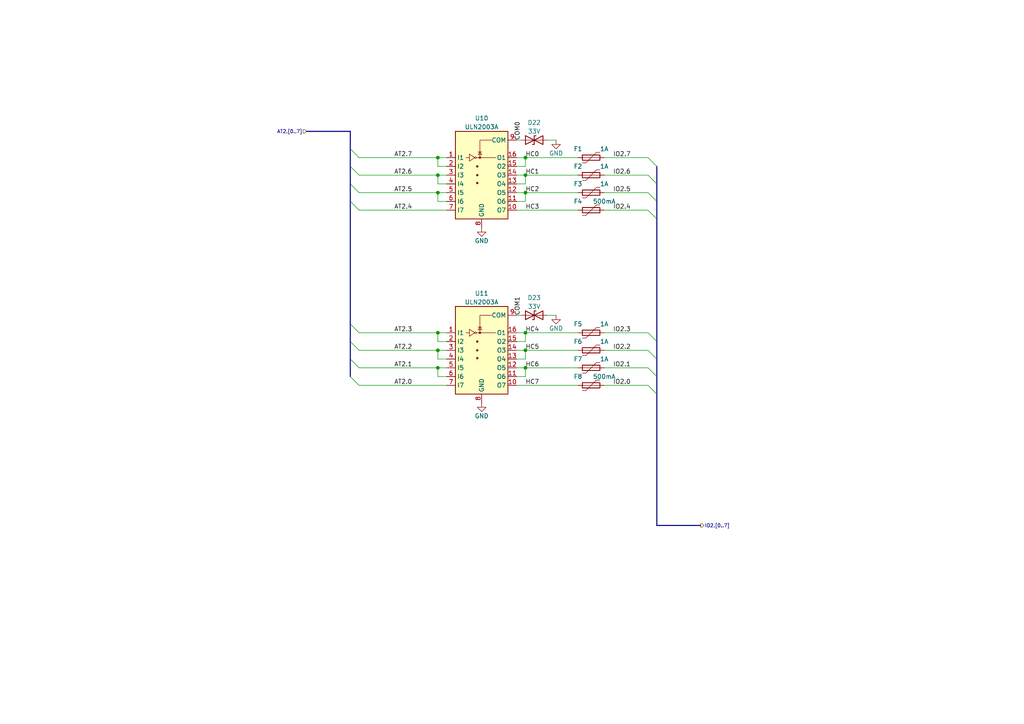
<source format=kicad_sch>
(kicad_sch (version 20211123) (generator eeschema)
  (paper "A4")
  (title_block (title "[canbrd] CAN/RS485 IO board") (date "2022-02-24") (rev "1.0"))
  (lib_symbols
    (symbol "Device:D_TVS" (pin_numbers hide) (pin_names (offset 1.016) hide)
      (property "Reference" "D" (at 0 2.54 0))
      (property "Value" "D_TVS" (at 0 -2.54 0))
      (symbol "D_TVS_0_1"
        (polyline (pts (xy 1.27 0) (xy -1.27 0)))
        (polyline (pts (xy 0.508 1.27) (xy 0 1.27) (xy 0 -1.27) (xy -0.508 -1.27)) (stroke (width 0.254)))
        (polyline (pts (xy -2.54 1.27) (xy -2.54 -1.27) (xy 2.54 1.27) (xy 2.54 -1.27) (xy -2.54 1.27)) (stroke (width 0.254)))
      )
      (symbol "D_TVS_1_1"
        (pin passive line (at -3.81 0 0) (length 2.54) (name "A1") (number "1"))
        (pin passive line (at 3.81 0 180) (length 2.54) (name "A2") (number "2"))
      )
    )
    (symbol "Device:Polyfuse" (pin_numbers hide) (pin_names (offset 0))
      (property "Reference" "F" (at -2.54 0 90))
      (property "Value" "Polyfuse" (at 2.54 0 90))
      (symbol "Polyfuse_0_1"
        (rectangle (start -0.762 2.54) (end 0.762 -2.54) (stroke (width 0.254)))
        (polyline (pts (xy 0 2.54) (xy 0 -2.54)))
        (polyline (pts (xy -1.524 2.54) (xy -1.524 1.524) (xy 1.524 -1.524) (xy 1.524 -2.54)))
      )
      (symbol "Polyfuse_1_1"
        (pin passive line (at 0 3.81 270) (length 1.27) (name "~") (number "1"))
        (pin passive line (at 0 -3.81 90) (length 1.27) (name "~") (number "2"))
      )
    )
    (symbol "Transistor_Array:ULN2003A"
      (property "Reference" "U" (at 0 15.875 0))
      (property "Value" "ULN2003A" (at 0 13.97 0))
      (symbol "ULN2003A_0_1"
        (rectangle (start -7.62 -12.7) (end 7.62 12.7) (stroke (width 0.254)) (fill (type background)))
        (circle (center -1.778 5.08) (radius 0.254))
        (circle (center -1.27 -2.286) (radius 0.254) (fill (type outline)))
        (circle (center -1.27 0) (radius 0.254) (fill (type outline)))
        (circle (center -1.27 2.54) (radius 0.254) (fill (type outline)))
        (circle (center -0.508 5.08) (radius 0.254) (fill (type outline)))
        (polyline (pts (xy -4.572 5.08) (xy -3.556 5.08)))
        (polyline (pts (xy -1.524 5.08) (xy 4.064 5.08)))
        (polyline (pts (xy 0 6.731) (xy -1.016 6.731)))
        (polyline (pts (xy -0.508 5.08) (xy -0.508 10.16) (xy 2.921 10.16)))
        (polyline (pts (xy -3.556 6.096) (xy -3.556 4.064) (xy -2.032 5.08) (xy -3.556 6.096)))
        (polyline (pts (xy 0 5.969) (xy -1.016 5.969) (xy -0.508 6.731) (xy 0 5.969)))
      )
      (symbol "ULN2003A_1_1"
        (pin input line (at -10.16 5.08 0) (length 2.54) (name "I1") (number "1"))
        (pin open_collector line (at 10.16 -10.16 180) (length 2.54) (name "O7") (number "10"))
        (pin open_collector line (at 10.16 -7.62 180) (length 2.54) (name "O6") (number "11"))
        (pin open_collector line (at 10.16 -5.08 180) (length 2.54) (name "O5") (number "12"))
        (pin open_collector line (at 10.16 -2.54 180) (length 2.54) (name "O4") (number "13"))
        (pin open_collector line (at 10.16 0 180) (length 2.54) (name "O3") (number "14"))
        (pin open_collector line (at 10.16 2.54 180) (length 2.54) (name "O2") (number "15"))
        (pin open_collector line (at 10.16 5.08 180) (length 2.54) (name "O1") (number "16"))
        (pin input line (at -10.16 2.54 0) (length 2.54) (name "I2") (number "2"))
        (pin input line (at -10.16 0 0) (length 2.54) (name "I3") (number "3"))
        (pin input line (at -10.16 -2.54 0) (length 2.54) (name "I4") (number "4"))
        (pin input line (at -10.16 -5.08 0) (length 2.54) (name "I5") (number "5"))
        (pin input line (at -10.16 -7.62 0) (length 2.54) (name "I6") (number "6"))
        (pin input line (at -10.16 -10.16 0) (length 2.54) (name "I7") (number "7"))
        (pin power_in line (at 0 -15.24 90) (length 2.54) (name "GND") (number "8"))
        (pin passive line (at 10.16 10.16 180) (length 2.54) (name "COM") (number "9"))
      )
    )
    (symbol "power:GND" (power) (pin_names (offset 0))
      (property "Value" "GND" (at 0 -3.81 0))
      (symbol "GND_0_1"
        (polyline (pts (xy 0 0) (xy 0 -1.27) (xy 1.27 -1.27) (xy 0 -2.54) (xy -1.27 -1.27) (xy 0 -1.27)))
      )
      (symbol "GND_1_1"
        (pin power_in line (at 0 0 270) (length 0) hide (name "GND") (number "1"))
      )
    )
  )
  (junction (at 152.4 101.6))
  (junction (at 152.4 106.68))
  (junction (at 152.4 50.8))
  (junction (at 127 45.72))
  (junction (at 152.4 45.72))
  (junction (at 127 106.68))
  (junction (at 127 96.52))
  (junction (at 152.4 96.52))
  (junction (at 127 55.88))
  (junction (at 127 50.8))
  (junction (at 127 101.6))
  (junction (at 152.4 55.88))
  (bus_entry (at 101.6 58.42) (size 2.54 2.54))
  (bus_entry (at 190.5 48.26) (size -2.54 -2.54))
  (bus_entry (at 190.5 58.42) (size -2.54 -2.54))
  (bus_entry (at 190.5 63.5) (size -2.54 -2.54))
  (bus_entry (at 190.5 114.3) (size -2.54 -2.54))
  (bus_entry (at 190.5 53.34) (size -2.54 -2.54))
  (bus_entry (at 101.6 48.26) (size 2.54 2.54))
  (bus_entry (at 101.6 43.18) (size 2.54 2.54))
  (bus_entry (at 101.6 93.98) (size 2.54 2.54))
  (bus_entry (at 101.6 99.06) (size 2.54 2.54))
  (bus_entry (at 190.5 109.22) (size -2.54 -2.54))
  (bus_entry (at 101.6 104.14) (size 2.54 2.54))
  (bus_entry (at 190.5 104.14) (size -2.54 -2.54))
  (bus_entry (at 190.5 99.06) (size -2.54 -2.54))
  (bus_entry (at 101.6 53.34) (size 2.54 2.54))
  (bus_entry (at 101.6 109.22) (size 2.54 2.54))
  (wire (pts (xy 149.86 40.64) (xy 151.13 40.64)))
  (bus (pts (xy 101.6 38.1) (xy 101.6 43.18)))
  (wire (pts (xy 104.14 101.6) (xy 127 101.6)))
  (wire (pts (xy 152.4 99.06) (xy 152.4 96.52)))
  (wire (pts (xy 152.4 53.34) (xy 152.4 50.8)))
  (wire (pts (xy 129.54 53.34) (xy 127 53.34)))
  (bus (pts (xy 203.2 152.4) (xy 190.5 152.4)))
  (wire (pts (xy 152.4 50.8) (xy 167.64 50.8)))
  (wire (pts (xy 149.86 53.34) (xy 152.4 53.34)))
  (wire (pts (xy 129.54 48.26) (xy 127 48.26)))
  (wire (pts (xy 175.26 106.68) (xy 187.96 106.68)))
  (wire (pts (xy 127 58.42) (xy 127 55.88)))
  (wire (pts (xy 149.86 50.8) (xy 152.4 50.8)))
  (wire (pts (xy 158.75 40.64) (xy 161.29 40.64)))
  (wire (pts (xy 129.54 99.06) (xy 127 99.06)))
  (wire (pts (xy 149.86 111.76) (xy 167.64 111.76)))
  (wire (pts (xy 158.75 91.44) (xy 161.29 91.44)))
  (wire (pts (xy 152.4 104.14) (xy 152.4 101.6)))
  (wire (pts (xy 127 106.68) (xy 129.54 106.68)))
  (bus (pts (xy 101.6 93.98) (xy 101.6 99.06)))
  (wire (pts (xy 104.14 111.76) (xy 129.54 111.76)))
  (wire (pts (xy 127 104.14) (xy 127 101.6)))
  (wire (pts (xy 175.26 101.6) (xy 187.96 101.6)))
  (wire (pts (xy 149.86 91.44) (xy 151.13 91.44)))
  (bus (pts (xy 101.6 48.26) (xy 101.6 53.34)))
  (bus (pts (xy 101.6 99.06) (xy 101.6 104.14)))
  (wire (pts (xy 127 109.22) (xy 127 106.68)))
  (wire (pts (xy 129.54 104.14) (xy 127 104.14)))
  (bus (pts (xy 101.6 58.42) (xy 101.6 93.98)))
  (wire (pts (xy 104.14 96.52) (xy 127 96.52)))
  (bus (pts (xy 190.5 63.5) (xy 190.5 99.06)))
  (wire (pts (xy 149.86 58.42) (xy 152.4 58.42)))
  (wire (pts (xy 127 99.06) (xy 127 96.52)))
  (wire (pts (xy 175.26 55.88) (xy 187.96 55.88)))
  (wire (pts (xy 149.86 99.06) (xy 152.4 99.06)))
  (wire (pts (xy 127 50.8) (xy 129.54 50.8)))
  (wire (pts (xy 152.4 101.6) (xy 167.64 101.6)))
  (bus (pts (xy 190.5 48.26) (xy 190.5 53.34)))
  (wire (pts (xy 175.26 50.8) (xy 187.96 50.8)))
  (wire (pts (xy 175.26 111.76) (xy 187.96 111.76)))
  (bus (pts (xy 101.6 104.14) (xy 101.6 109.22)))
  (wire (pts (xy 127 101.6) (xy 129.54 101.6)))
  (wire (pts (xy 127 48.26) (xy 127 45.72)))
  (wire (pts (xy 104.14 55.88) (xy 127 55.88)))
  (wire (pts (xy 104.14 45.72) (xy 127 45.72)))
  (bus (pts (xy 190.5 104.14) (xy 190.5 109.22)))
  (wire (pts (xy 104.14 60.96) (xy 129.54 60.96)))
  (wire (pts (xy 129.54 109.22) (xy 127 109.22)))
  (wire (pts (xy 149.86 48.26) (xy 152.4 48.26)))
  (bus (pts (xy 101.6 43.18) (xy 101.6 48.26)))
  (bus (pts (xy 190.5 99.06) (xy 190.5 104.14)))
  (bus (pts (xy 190.5 53.34) (xy 190.5 58.42)))
  (wire (pts (xy 149.86 60.96) (xy 167.64 60.96)))
  (wire (pts (xy 175.26 45.72) (xy 187.96 45.72)))
  (wire (pts (xy 149.86 109.22) (xy 152.4 109.22)))
  (wire (pts (xy 175.26 60.96) (xy 187.96 60.96)))
  (wire (pts (xy 149.86 96.52) (xy 152.4 96.52)))
  (bus (pts (xy 88.9 38.1) (xy 101.6 38.1)))
  (wire (pts (xy 127 55.88) (xy 129.54 55.88)))
  (wire (pts (xy 127 45.72) (xy 129.54 45.72)))
  (wire (pts (xy 152.4 55.88) (xy 167.64 55.88)))
  (wire (pts (xy 127 53.34) (xy 127 50.8)))
  (wire (pts (xy 175.26 96.52) (xy 187.96 96.52)))
  (bus (pts (xy 101.6 53.34) (xy 101.6 58.42)))
  (bus (pts (xy 190.5 58.42) (xy 190.5 63.5)))
  (bus (pts (xy 190.5 109.22) (xy 190.5 114.3)))
  (wire (pts (xy 152.4 106.68) (xy 167.64 106.68)))
  (wire (pts (xy 152.4 109.22) (xy 152.4 106.68)))
  (bus (pts (xy 190.5 114.3) (xy 190.5 152.4)))
  (wire (pts (xy 129.54 58.42) (xy 127 58.42)))
  (wire (pts (xy 104.14 106.68) (xy 127 106.68)))
  (wire (pts (xy 149.86 45.72) (xy 152.4 45.72)))
  (wire (pts (xy 152.4 96.52) (xy 167.64 96.52)))
  (wire (pts (xy 152.4 48.26) (xy 152.4 45.72)))
  (wire (pts (xy 149.86 106.68) (xy 152.4 106.68)))
  (wire (pts (xy 149.86 104.14) (xy 152.4 104.14)))
  (wire (pts (xy 152.4 58.42) (xy 152.4 55.88)))
  (wire (pts (xy 149.86 55.88) (xy 152.4 55.88)))
  (wire (pts (xy 127 96.52) (xy 129.54 96.52)))
  (wire (pts (xy 149.86 101.6) (xy 152.4 101.6)))
  (wire (pts (xy 152.4 45.72) (xy 167.64 45.72)))
  (wire (pts (xy 104.14 50.8) (xy 127 50.8)))
  (label "AT2.4" (at 114.3 60.96 0))
  (label "IO2.1" (at 177.8 106.68 0))
  (label "AT2.7" (at 114.3 45.72 0))
  (label "IO2.4" (at 177.8 60.96 0))
  (label "HC3" (at 152.4 60.96 0))
  (label "HC5" (at 152.4 101.6 0))
  (label "IO2.7" (at 177.8 45.72 0))
  (label "AT2.6" (at 114.3 50.8 0))
  (label "HC0" (at 152.4 45.72 0))
  (label "HC7" (at 152.4 111.76 0))
  (label "IO2.3" (at 177.8 96.52 0))
  (label "AT2.0" (at 114.3 111.76 0))
  (label "AT2.2" (at 114.3 101.6 0))
  (label "HC2" (at 152.4 55.88 0))
  (label "HC6" (at 152.4 106.68 0))
  (label "AT2.1" (at 114.3 106.68 0))
  (label "COM0" (at 151.13 40.64 90))
  (label "AT2.3" (at 114.3 96.52 0))
  (label "IO2.5" (at 177.8 55.88 0))
  (label "IO2.2" (at 177.8 101.6 0))
  (label "HC1" (at 152.4 50.8 0))
  (label "COM1" (at 151.13 91.44 90))
  (label "HC4" (at 152.4 96.52 0))
  (label "IO2.6" (at 177.8 50.8 0))
  (label "IO2.0" (at 177.8 111.76 0))
  (label "AT2.5" (at 114.3 55.88 0))
  (hierarchical_label "IO2.[0..7]" (shape output) (at 203.2 152.4 0) (effects (font (size 1 1))))
  (hierarchical_label "AT2.[0..7]" (shape input) (at 88.9 38.1 180) (effects (font (size 1 1))))
  (symbol (lib_id "Device:Polyfuse") (at 171.45 111.76 90) (unit 1)
    (property "Reference" "F8" (at 167.64 109.22 90))
    (property "Value" "500mA" (at 175.26 109.22 90))
    (property "Footprint" "Fuse:Fuse_1206_3216Metric" (effects hide))
  )
  (symbol (lib_id "Device:Polyfuse") (at 171.45 55.88 90) (unit 1)
    (property "Reference" "F3" (at 167.64 53.34 90))
    (property "Value" "1A" (at 175.26 53.34 90))
    (property "Footprint" "Fuse:Fuse_1206_3216Metric" (effects hide))
  )
  (symbol (lib_id "Device:Polyfuse") (at 171.45 101.6 90) (unit 1)
    (property "Reference" "F6" (at 167.64 99.06 90))
    (property "Value" "1A" (at 175.26 99.06 90))
    (property "Footprint" "Fuse:Fuse_1206_3216Metric" (effects hide))
  )
  (symbol (lib_id "power:GND") (at 139.7 66.04 0) (unit 1)
    (property "Reference" "#PWR098" (effects hide))
    (property "Value" "GND" (at 139.7 69.85 0))
  )
  (symbol (lib_id "Device:Polyfuse") (at 171.45 50.8 90) (unit 1)
    (property "Reference" "F2" (at 167.64 48.26 90))
    (property "Value" "1A" (at 175.26 48.26 90))
    (property "Footprint" "Fuse:Fuse_1206_3216Metric" (effects hide))
  )
  (symbol (lib_id "Device:D_TVS") (at 154.94 40.64 0) (unit 1)
    (property "Reference" "D22" (at 154.94 35.56 0))
    (property "Value" "33V" (at 154.94 38.1 0))
    (property "Footprint" "Diode_SMD:D_SMB" (effects hide))
  )
  (symbol (lib_id "Transistor_Array:ULN2003A") (at 139.7 101.6 0) (unit 1)
    (property "Reference" "U11" (at 139.7 85.09 0))
    (property "Value" "ULN2003A" (at 139.7 87.63 0))
    (property "Footprint" "Package_SO:SOIC-16_3.9x9.9mm_P1.27mm" (effects hide))
    (property "Datasheet" "http://www.ti.com/lit/ds/symlink/uln2003a.pdf" (effects hide))
  )
  (symbol (lib_id "Device:D_TVS") (at 154.94 91.44 0) (unit 1)
    (property "Reference" "D23" (at 154.94 86.36 0))
    (property "Value" "33V" (at 154.94 88.9 0))
    (property "Footprint" "Diode_SMD:D_SMB" (effects hide))
  )
  (symbol (lib_id "Device:Polyfuse") (at 171.45 45.72 90) (unit 1)
    (property "Reference" "F1" (at 167.64 43.18 90))
    (property "Value" "1A" (at 175.26 43.18 90))
    (property "Footprint" "Fuse:Fuse_1206_3216Metric" (effects hide))
  )
  (symbol (lib_id "Device:Polyfuse") (at 171.45 60.96 90) (unit 1)
    (property "Reference" "F4" (at 167.64 58.42 90))
    (property "Value" "500mA" (at 175.26 58.42 90))
    (property "Footprint" "Fuse:Fuse_1206_3216Metric" (effects hide))
  )
  (symbol (lib_id "Device:Polyfuse") (at 171.45 106.68 90) (unit 1)
    (property "Reference" "F7" (at 167.64 104.14 90))
    (property "Value" "1A" (at 175.26 104.14 90))
    (property "Footprint" "Fuse:Fuse_1206_3216Metric" (effects hide))
  )
  (symbol (lib_id "power:GND") (at 139.7 116.84 0) (unit 1)
    (property "Reference" "#PWR0100" (effects hide))
    (property "Value" "GND" (at 139.7 120.65 0))
  )
  (symbol (lib_id "power:GND") (at 161.29 91.44 0) (unit 1)
    (property "Reference" "#PWR099" (effects hide))
    (property "Value" "GND" (at 161.29 95.25 0))
  )
  (symbol (lib_id "Transistor_Array:ULN2003A") (at 139.7 50.8 0) (unit 1)
    (property "Reference" "U10" (at 139.7 34.29 0))
    (property "Value" "ULN2003A" (at 139.7 36.83 0))
    (property "Footprint" "Package_SO:SOIC-16_3.9x9.9mm_P1.27mm" (effects hide))
    (property "Datasheet" "http://www.ti.com/lit/ds/symlink/uln2003a.pdf" (effects hide))
  )
  (symbol (lib_id "Device:Polyfuse") (at 171.45 96.52 90) (unit 1)
    (property "Reference" "F5" (at 167.64 93.98 90))
    (property "Value" "1A" (at 175.26 93.98 90))
    (property "Footprint" "Fuse:Fuse_1206_3216Metric" (effects hide))
  )
  (symbol (lib_id "power:GND") (at 161.29 40.64 0) (unit 1)
    (property "Reference" "#PWR097" (effects hide))
    (property "Value" "GND" (at 161.29 44.45 0))
  )
)
</source>
